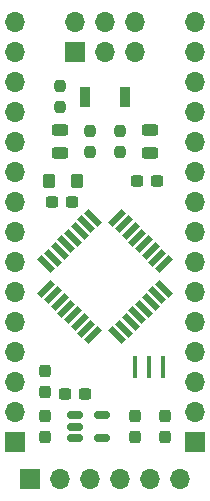
<source format=gbr>
%TF.GenerationSoftware,KiCad,Pcbnew,(6.0.7)*%
%TF.CreationDate,2023-07-03T12:47:38-04:00*%
%TF.ProjectId,atmega328pb_v2_breakout,61746d65-6761-4333-9238-70625f76325f,rev?*%
%TF.SameCoordinates,Original*%
%TF.FileFunction,Soldermask,Top*%
%TF.FilePolarity,Negative*%
%FSLAX46Y46*%
G04 Gerber Fmt 4.6, Leading zero omitted, Abs format (unit mm)*
G04 Created by KiCad (PCBNEW (6.0.7)) date 2023-07-03 12:47:38*
%MOMM*%
%LPD*%
G01*
G04 APERTURE LIST*
G04 Aperture macros list*
%AMRoundRect*
0 Rectangle with rounded corners*
0 $1 Rounding radius*
0 $2 $3 $4 $5 $6 $7 $8 $9 X,Y pos of 4 corners*
0 Add a 4 corners polygon primitive as box body*
4,1,4,$2,$3,$4,$5,$6,$7,$8,$9,$2,$3,0*
0 Add four circle primitives for the rounded corners*
1,1,$1+$1,$2,$3*
1,1,$1+$1,$4,$5*
1,1,$1+$1,$6,$7*
1,1,$1+$1,$8,$9*
0 Add four rect primitives between the rounded corners*
20,1,$1+$1,$2,$3,$4,$5,0*
20,1,$1+$1,$4,$5,$6,$7,0*
20,1,$1+$1,$6,$7,$8,$9,0*
20,1,$1+$1,$8,$9,$2,$3,0*%
%AMRotRect*
0 Rectangle, with rotation*
0 The origin of the aperture is its center*
0 $1 length*
0 $2 width*
0 $3 Rotation angle, in degrees counterclockwise*
0 Add horizontal line*
21,1,$1,$2,0,0,$3*%
G04 Aperture macros list end*
%ADD10R,0.400000X1.900000*%
%ADD11RotRect,1.600000X0.550000X135.000000*%
%ADD12RotRect,1.600000X0.550000X225.000000*%
%ADD13RoundRect,0.243750X0.456250X-0.243750X0.456250X0.243750X-0.456250X0.243750X-0.456250X-0.243750X0*%
%ADD14R,0.900000X1.700000*%
%ADD15RoundRect,0.150000X-0.512500X-0.150000X0.512500X-0.150000X0.512500X0.150000X-0.512500X0.150000X0*%
%ADD16R,1.700000X1.700000*%
%ADD17O,1.700000X1.700000*%
%ADD18RoundRect,0.243750X-0.456250X0.243750X-0.456250X-0.243750X0.456250X-0.243750X0.456250X0.243750X0*%
%ADD19RoundRect,0.237500X-0.300000X-0.237500X0.300000X-0.237500X0.300000X0.237500X-0.300000X0.237500X0*%
%ADD20RoundRect,0.237500X0.237500X-0.250000X0.237500X0.250000X-0.237500X0.250000X-0.237500X-0.250000X0*%
%ADD21RoundRect,0.237500X-0.237500X0.300000X-0.237500X-0.300000X0.237500X-0.300000X0.237500X0.300000X0*%
%ADD22RoundRect,0.237500X0.237500X-0.300000X0.237500X0.300000X-0.237500X0.300000X-0.237500X-0.300000X0*%
%ADD23RoundRect,0.237500X-0.237500X0.250000X-0.237500X-0.250000X0.237500X-0.250000X0.237500X0.250000X0*%
%ADD24RoundRect,0.250000X-0.275000X-0.350000X0.275000X-0.350000X0.275000X0.350000X-0.275000X0.350000X0*%
G04 APERTURE END LIST*
D10*
%TO.C,Y1*%
X110350000Y-77470000D03*
X109150000Y-77470000D03*
X107950000Y-77470000D03*
%TD*%
D11*
%TO.C,U1*%
X106435305Y-74835103D03*
X107000990Y-74269417D03*
X107566676Y-73703732D03*
X108132361Y-73138047D03*
X108698047Y-72572361D03*
X109263732Y-72006676D03*
X109829417Y-71440990D03*
X110395103Y-70875305D03*
D12*
X110395103Y-68824695D03*
X109829417Y-68259010D03*
X109263732Y-67693324D03*
X108698047Y-67127639D03*
X108132361Y-66561953D03*
X107566676Y-65996268D03*
X107000990Y-65430583D03*
X106435305Y-64864897D03*
D11*
X104384695Y-64864897D03*
X103819010Y-65430583D03*
X103253324Y-65996268D03*
X102687639Y-66561953D03*
X102121953Y-67127639D03*
X101556268Y-67693324D03*
X100990583Y-68259010D03*
X100424897Y-68824695D03*
D12*
X100424897Y-70875305D03*
X100990583Y-71440990D03*
X101556268Y-72006676D03*
X102121953Y-72572361D03*
X102687639Y-73138047D03*
X103253324Y-73703732D03*
X103819010Y-74269417D03*
X104384695Y-74835103D03*
%TD*%
D13*
%TO.C,D2*%
X101600000Y-59357500D03*
X101600000Y-57482500D03*
%TD*%
D14*
%TO.C,SW1*%
X103710000Y-54610000D03*
X107110000Y-54610000D03*
%TD*%
D15*
%TO.C,U2*%
X102870000Y-81600000D03*
X102870000Y-82550000D03*
X102870000Y-83500000D03*
X105145000Y-83500000D03*
X105145000Y-81600000D03*
%TD*%
D16*
%TO.C,J1*%
X102885000Y-50805000D03*
D17*
X102885000Y-48265000D03*
X105425000Y-50805000D03*
X105425000Y-48265000D03*
X107965000Y-50805000D03*
X107965000Y-48265000D03*
%TD*%
D18*
%TO.C,D1*%
X109220000Y-57482500D03*
X109220000Y-59357500D03*
%TD*%
D19*
%TO.C,C7*%
X108103500Y-61722000D03*
X109828500Y-61722000D03*
%TD*%
D20*
%TO.C,R3*%
X104140000Y-59332500D03*
X104140000Y-57507500D03*
%TD*%
D21*
%TO.C,C6*%
X107950000Y-81687500D03*
X107950000Y-83412500D03*
%TD*%
D22*
%TO.C,C8*%
X100330000Y-79602500D03*
X100330000Y-77877500D03*
%TD*%
D23*
%TO.C,R2*%
X106680000Y-57507500D03*
X106680000Y-59332500D03*
%TD*%
D24*
%TO.C,L1*%
X100704000Y-61722000D03*
X103004000Y-61722000D03*
%TD*%
D19*
%TO.C,C9*%
X102007500Y-79756000D03*
X103732500Y-79756000D03*
%TD*%
D22*
%TO.C,C5*%
X100330000Y-83412500D03*
X100330000Y-81687500D03*
%TD*%
%TO.C,C4*%
X110490000Y-83412500D03*
X110490000Y-81687500D03*
%TD*%
D16*
%TO.C,J3*%
X113030000Y-83820000D03*
D17*
X113030000Y-81280000D03*
X113030000Y-78740000D03*
X113030000Y-76200000D03*
X113030000Y-73660000D03*
X113030000Y-71120000D03*
X113030000Y-68580000D03*
X113030000Y-66040000D03*
X113030000Y-63500000D03*
X113030000Y-60960000D03*
X113030000Y-58420000D03*
X113030000Y-55880000D03*
X113030000Y-53340000D03*
X113030000Y-50800000D03*
X113030000Y-48260000D03*
%TD*%
D23*
%TO.C,R1*%
X101600000Y-53697500D03*
X101600000Y-55522500D03*
%TD*%
D16*
%TO.C,J4*%
X99060000Y-86995000D03*
D17*
X101600000Y-86995000D03*
X104140000Y-86995000D03*
X106680000Y-86995000D03*
X109220000Y-86995000D03*
X111760000Y-86995000D03*
%TD*%
D19*
%TO.C,C1*%
X100891000Y-63500000D03*
X102616000Y-63500000D03*
%TD*%
D16*
%TO.C,J2*%
X97790000Y-83820000D03*
D17*
X97790000Y-81280000D03*
X97790000Y-78740000D03*
X97790000Y-76200000D03*
X97790000Y-73660000D03*
X97790000Y-71120000D03*
X97790000Y-68580000D03*
X97790000Y-66040000D03*
X97790000Y-63500000D03*
X97790000Y-60960000D03*
X97790000Y-58420000D03*
X97790000Y-55880000D03*
X97790000Y-53340000D03*
X97790000Y-50800000D03*
X97790000Y-48260000D03*
%TD*%
M02*

</source>
